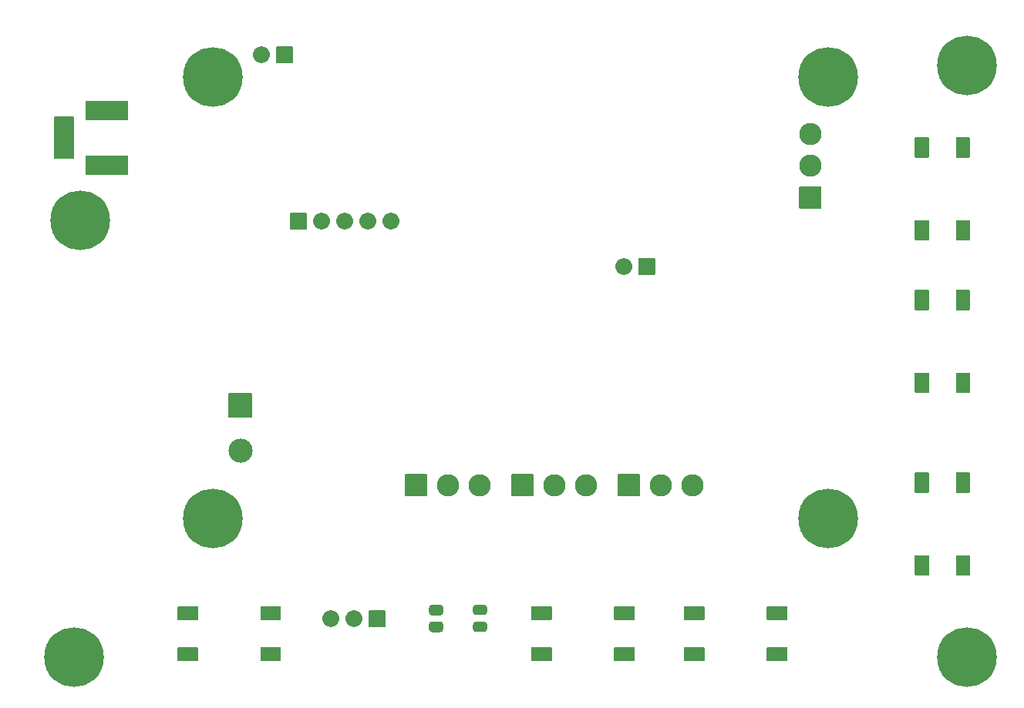
<source format=gts>
G04 #@! TF.GenerationSoftware,KiCad,Pcbnew,6.0.2+dfsg-1*
G04 #@! TF.CreationDate,2023-06-22T08:15:56-06:00*
G04 #@! TF.ProjectId,ckt-soundplay-test,636b742d-736f-4756-9e64-706c61792d74,rev?*
G04 #@! TF.SameCoordinates,Original*
G04 #@! TF.FileFunction,Soldermask,Top*
G04 #@! TF.FilePolarity,Negative*
%FSLAX46Y46*%
G04 Gerber Fmt 4.6, Leading zero omitted, Abs format (unit mm)*
G04 Created by KiCad (PCBNEW 6.0.2+dfsg-1) date 2023-06-22 08:15:56*
%MOMM*%
%LPD*%
G01*
G04 APERTURE LIST*
%ADD10C,2.652400*%
%ADD11C,2.452400*%
%ADD12C,6.552400*%
%ADD13O,1.852400X1.852400*%
G04 APERTURE END LIST*
G36*
G01*
X107670000Y-83549800D02*
X110170000Y-83549800D01*
G75*
G02*
X110246200Y-83626000I0J-76200D01*
G01*
X110246200Y-86126000D01*
G75*
G02*
X110170000Y-86202200I-76200J0D01*
G01*
X107670000Y-86202200D01*
G75*
G02*
X107593800Y-86126000I0J76200D01*
G01*
X107593800Y-83626000D01*
G75*
G02*
X107670000Y-83549800I76200J0D01*
G01*
G37*
D10*
X108920000Y-89876000D03*
G36*
G01*
X182992800Y-103517000D02*
X182992800Y-101417000D01*
G75*
G02*
X183069000Y-101340800I76200J0D01*
G01*
X184469000Y-101340800D01*
G75*
G02*
X184545200Y-101417000I0J-76200D01*
G01*
X184545200Y-103517000D01*
G75*
G02*
X184469000Y-103593200I-76200J0D01*
G01*
X183069000Y-103593200D01*
G75*
G02*
X182992800Y-103517000I0J76200D01*
G01*
G37*
G36*
G01*
X182992800Y-94417000D02*
X182992800Y-92317000D01*
G75*
G02*
X183069000Y-92240800I76200J0D01*
G01*
X184469000Y-92240800D01*
G75*
G02*
X184545200Y-92317000I0J-76200D01*
G01*
X184545200Y-94417000D01*
G75*
G02*
X184469000Y-94493200I-76200J0D01*
G01*
X183069000Y-94493200D01*
G75*
G02*
X182992800Y-94417000I0J76200D01*
G01*
G37*
G36*
G01*
X187492800Y-103517000D02*
X187492800Y-101417000D01*
G75*
G02*
X187569000Y-101340800I76200J0D01*
G01*
X188969000Y-101340800D01*
G75*
G02*
X189045200Y-101417000I0J-76200D01*
G01*
X189045200Y-103517000D01*
G75*
G02*
X188969000Y-103593200I-76200J0D01*
G01*
X187569000Y-103593200D01*
G75*
G02*
X187492800Y-103517000I0J76200D01*
G01*
G37*
G36*
G01*
X187492800Y-94417000D02*
X187492800Y-92317000D01*
G75*
G02*
X187569000Y-92240800I76200J0D01*
G01*
X188969000Y-92240800D01*
G75*
G02*
X189045200Y-92317000I0J-76200D01*
G01*
X189045200Y-94417000D01*
G75*
G02*
X188969000Y-94493200I-76200J0D01*
G01*
X187569000Y-94493200D01*
G75*
G02*
X187492800Y-94417000I0J76200D01*
G01*
G37*
G36*
G01*
X140958000Y-106955800D02*
X143058000Y-106955800D01*
G75*
G02*
X143134200Y-107032000I0J-76200D01*
G01*
X143134200Y-108432000D01*
G75*
G02*
X143058000Y-108508200I-76200J0D01*
G01*
X140958000Y-108508200D01*
G75*
G02*
X140881800Y-108432000I0J76200D01*
G01*
X140881800Y-107032000D01*
G75*
G02*
X140958000Y-106955800I76200J0D01*
G01*
G37*
G36*
G01*
X150058000Y-106955800D02*
X152158000Y-106955800D01*
G75*
G02*
X152234200Y-107032000I0J-76200D01*
G01*
X152234200Y-108432000D01*
G75*
G02*
X152158000Y-108508200I-76200J0D01*
G01*
X150058000Y-108508200D01*
G75*
G02*
X149981800Y-108432000I0J76200D01*
G01*
X149981800Y-107032000D01*
G75*
G02*
X150058000Y-106955800I76200J0D01*
G01*
G37*
G36*
G01*
X140958000Y-111455800D02*
X143058000Y-111455800D01*
G75*
G02*
X143134200Y-111532000I0J-76200D01*
G01*
X143134200Y-112932000D01*
G75*
G02*
X143058000Y-113008200I-76200J0D01*
G01*
X140958000Y-113008200D01*
G75*
G02*
X140881800Y-112932000I0J76200D01*
G01*
X140881800Y-111532000D01*
G75*
G02*
X140958000Y-111455800I76200J0D01*
G01*
G37*
G36*
G01*
X150058000Y-111455800D02*
X152158000Y-111455800D01*
G75*
G02*
X152234200Y-111532000I0J-76200D01*
G01*
X152234200Y-112932000D01*
G75*
G02*
X152158000Y-113008200I-76200J0D01*
G01*
X150058000Y-113008200D01*
G75*
G02*
X149981800Y-112932000I0J76200D01*
G01*
X149981800Y-111532000D01*
G75*
G02*
X150058000Y-111455800I76200J0D01*
G01*
G37*
G36*
G01*
X126972800Y-94807000D02*
X126972800Y-92507000D01*
G75*
G02*
X127049000Y-92430800I76200J0D01*
G01*
X129349000Y-92430800D01*
G75*
G02*
X129425200Y-92507000I0J-76200D01*
G01*
X129425200Y-94807000D01*
G75*
G02*
X129349000Y-94883200I-76200J0D01*
G01*
X127049000Y-94883200D01*
G75*
G02*
X126972800Y-94807000I0J76200D01*
G01*
G37*
D11*
X131699000Y-93657000D03*
X135199000Y-93657000D03*
G36*
G01*
X157722000Y-106955800D02*
X159822000Y-106955800D01*
G75*
G02*
X159898200Y-107032000I0J-76200D01*
G01*
X159898200Y-108432000D01*
G75*
G02*
X159822000Y-108508200I-76200J0D01*
G01*
X157722000Y-108508200D01*
G75*
G02*
X157645800Y-108432000I0J76200D01*
G01*
X157645800Y-107032000D01*
G75*
G02*
X157722000Y-106955800I76200J0D01*
G01*
G37*
G36*
G01*
X166822000Y-106955800D02*
X168922000Y-106955800D01*
G75*
G02*
X168998200Y-107032000I0J-76200D01*
G01*
X168998200Y-108432000D01*
G75*
G02*
X168922000Y-108508200I-76200J0D01*
G01*
X166822000Y-108508200D01*
G75*
G02*
X166745800Y-108432000I0J76200D01*
G01*
X166745800Y-107032000D01*
G75*
G02*
X166822000Y-106955800I76200J0D01*
G01*
G37*
G36*
G01*
X157722000Y-111455800D02*
X159822000Y-111455800D01*
G75*
G02*
X159898200Y-111532000I0J-76200D01*
G01*
X159898200Y-112932000D01*
G75*
G02*
X159822000Y-113008200I-76200J0D01*
G01*
X157722000Y-113008200D01*
G75*
G02*
X157645800Y-112932000I0J76200D01*
G01*
X157645800Y-111532000D01*
G75*
G02*
X157722000Y-111455800I76200J0D01*
G01*
G37*
G36*
G01*
X166822000Y-111455800D02*
X168922000Y-111455800D01*
G75*
G02*
X168998200Y-111532000I0J-76200D01*
G01*
X168998200Y-112932000D01*
G75*
G02*
X168922000Y-113008200I-76200J0D01*
G01*
X166822000Y-113008200D01*
G75*
G02*
X166745800Y-112932000I0J76200D01*
G01*
X166745800Y-111532000D01*
G75*
G02*
X166822000Y-111455800I76200J0D01*
G01*
G37*
G36*
G01*
X134799500Y-106782800D02*
X135712000Y-106782800D01*
G75*
G02*
X136031950Y-107102750I0J-319950D01*
G01*
X136031950Y-107590250D01*
G75*
G02*
X135712000Y-107910200I-319950J0D01*
G01*
X134799500Y-107910200D01*
G75*
G02*
X134479550Y-107590250I0J319950D01*
G01*
X134479550Y-107102750D01*
G75*
G02*
X134799500Y-106782800I319950J0D01*
G01*
G37*
G36*
G01*
X134799500Y-108657800D02*
X135712000Y-108657800D01*
G75*
G02*
X136031950Y-108977750I0J-319950D01*
G01*
X136031950Y-109465250D01*
G75*
G02*
X135712000Y-109785200I-319950J0D01*
G01*
X134799500Y-109785200D01*
G75*
G02*
X134479550Y-109465250I0J319950D01*
G01*
X134479550Y-108977750D01*
G75*
G02*
X134799500Y-108657800I319950J0D01*
G01*
G37*
D12*
X173482000Y-97282000D03*
X90678000Y-112522000D03*
X173482000Y-48768000D03*
G36*
G01*
X123102000Y-107404800D02*
X124802000Y-107404800D01*
G75*
G02*
X124878200Y-107481000I0J-76200D01*
G01*
X124878200Y-109181000D01*
G75*
G02*
X124802000Y-109257200I-76200J0D01*
G01*
X123102000Y-109257200D01*
G75*
G02*
X123025800Y-109181000I0J76200D01*
G01*
X123025800Y-107481000D01*
G75*
G02*
X123102000Y-107404800I76200J0D01*
G01*
G37*
D13*
X121412000Y-108331000D03*
X118872000Y-108331000D03*
G36*
G01*
X138656800Y-94807000D02*
X138656800Y-92507000D01*
G75*
G02*
X138733000Y-92430800I76200J0D01*
G01*
X141033000Y-92430800D01*
G75*
G02*
X141109200Y-92507000I0J-76200D01*
G01*
X141109200Y-94807000D01*
G75*
G02*
X141033000Y-94883200I-76200J0D01*
G01*
X138733000Y-94883200D01*
G75*
G02*
X138656800Y-94807000I0J76200D01*
G01*
G37*
D11*
X143383000Y-93657000D03*
X146883000Y-93657000D03*
G36*
G01*
X172658000Y-63273200D02*
X170358000Y-63273200D01*
G75*
G02*
X170281800Y-63197000I0J76200D01*
G01*
X170281800Y-60897000D01*
G75*
G02*
X170358000Y-60820800I76200J0D01*
G01*
X172658000Y-60820800D01*
G75*
G02*
X172734200Y-60897000I0J-76200D01*
G01*
X172734200Y-63197000D01*
G75*
G02*
X172658000Y-63273200I-76200J0D01*
G01*
G37*
X171508000Y-58547000D03*
X171508000Y-55047000D03*
D12*
X188722000Y-112522000D03*
G36*
G01*
X182992800Y-83451000D02*
X182992800Y-81351000D01*
G75*
G02*
X183069000Y-81274800I76200J0D01*
G01*
X184469000Y-81274800D01*
G75*
G02*
X184545200Y-81351000I0J-76200D01*
G01*
X184545200Y-83451000D01*
G75*
G02*
X184469000Y-83527200I-76200J0D01*
G01*
X183069000Y-83527200D01*
G75*
G02*
X182992800Y-83451000I0J76200D01*
G01*
G37*
G36*
G01*
X182992800Y-74351000D02*
X182992800Y-72251000D01*
G75*
G02*
X183069000Y-72174800I76200J0D01*
G01*
X184469000Y-72174800D01*
G75*
G02*
X184545200Y-72251000I0J-76200D01*
G01*
X184545200Y-74351000D01*
G75*
G02*
X184469000Y-74427200I-76200J0D01*
G01*
X183069000Y-74427200D01*
G75*
G02*
X182992800Y-74351000I0J76200D01*
G01*
G37*
G36*
G01*
X187492800Y-83451000D02*
X187492800Y-81351000D01*
G75*
G02*
X187569000Y-81274800I76200J0D01*
G01*
X188969000Y-81274800D01*
G75*
G02*
X189045200Y-81351000I0J-76200D01*
G01*
X189045200Y-83451000D01*
G75*
G02*
X188969000Y-83527200I-76200J0D01*
G01*
X187569000Y-83527200D01*
G75*
G02*
X187492800Y-83451000I0J76200D01*
G01*
G37*
G36*
G01*
X187492800Y-74351000D02*
X187492800Y-72251000D01*
G75*
G02*
X187569000Y-72174800I76200J0D01*
G01*
X188969000Y-72174800D01*
G75*
G02*
X189045200Y-72251000I0J-76200D01*
G01*
X189045200Y-74351000D01*
G75*
G02*
X188969000Y-74427200I-76200J0D01*
G01*
X187569000Y-74427200D01*
G75*
G02*
X187492800Y-74351000I0J76200D01*
G01*
G37*
G36*
G01*
X112947000Y-45428800D02*
X114647000Y-45428800D01*
G75*
G02*
X114723200Y-45505000I0J-76200D01*
G01*
X114723200Y-47205000D01*
G75*
G02*
X114647000Y-47281200I-76200J0D01*
G01*
X112947000Y-47281200D01*
G75*
G02*
X112870800Y-47205000I0J76200D01*
G01*
X112870800Y-45505000D01*
G75*
G02*
X112947000Y-45428800I76200J0D01*
G01*
G37*
D13*
X111257000Y-46355000D03*
G36*
G01*
X152698000Y-68669800D02*
X154398000Y-68669800D01*
G75*
G02*
X154474200Y-68746000I0J-76200D01*
G01*
X154474200Y-70446000D01*
G75*
G02*
X154398000Y-70522200I-76200J0D01*
G01*
X152698000Y-70522200D01*
G75*
G02*
X152621800Y-70446000I0J76200D01*
G01*
X152621800Y-68746000D01*
G75*
G02*
X152698000Y-68669800I76200J0D01*
G01*
G37*
X151008000Y-69596000D03*
D12*
X91313000Y-64516000D03*
G36*
G01*
X130879750Y-109808700D02*
X129979750Y-109808700D01*
G75*
G02*
X129653550Y-109482500I0J326200D01*
G01*
X129653550Y-108957500D01*
G75*
G02*
X129979750Y-108631300I326200J0D01*
G01*
X130879750Y-108631300D01*
G75*
G02*
X131205950Y-108957500I0J-326200D01*
G01*
X131205950Y-109482500D01*
G75*
G02*
X130879750Y-109808700I-326200J0D01*
G01*
G37*
G36*
G01*
X130879750Y-107983700D02*
X129979750Y-107983700D01*
G75*
G02*
X129653550Y-107657500I0J326200D01*
G01*
X129653550Y-107132500D01*
G75*
G02*
X129979750Y-106806300I326200J0D01*
G01*
X130879750Y-106806300D01*
G75*
G02*
X131205950Y-107132500I0J-326200D01*
G01*
X131205950Y-107657500D01*
G75*
G02*
X130879750Y-107983700I-326200J0D01*
G01*
G37*
X105918000Y-97282000D03*
X105918000Y-48768000D03*
G36*
G01*
X91949800Y-59470000D02*
X91949800Y-57470000D01*
G75*
G02*
X92026000Y-57393800I76200J0D01*
G01*
X96526000Y-57393800D01*
G75*
G02*
X96602200Y-57470000I0J-76200D01*
G01*
X96602200Y-59470000D01*
G75*
G02*
X96526000Y-59546200I-76200J0D01*
G01*
X92026000Y-59546200D01*
G75*
G02*
X91949800Y-59470000I0J76200D01*
G01*
G37*
G36*
G01*
X91949800Y-53470000D02*
X91949800Y-51470000D01*
G75*
G02*
X92026000Y-51393800I76200J0D01*
G01*
X96526000Y-51393800D01*
G75*
G02*
X96602200Y-51470000I0J-76200D01*
G01*
X96602200Y-53470000D01*
G75*
G02*
X96526000Y-53546200I-76200J0D01*
G01*
X92026000Y-53546200D01*
G75*
G02*
X91949800Y-53470000I0J76200D01*
G01*
G37*
G36*
G01*
X88499800Y-57720000D02*
X88499800Y-53220000D01*
G75*
G02*
X88576000Y-53143800I76200J0D01*
G01*
X90576000Y-53143800D01*
G75*
G02*
X90652200Y-53220000I0J-76200D01*
G01*
X90652200Y-57720000D01*
G75*
G02*
X90576000Y-57796200I-76200J0D01*
G01*
X88576000Y-57796200D01*
G75*
G02*
X88499800Y-57720000I0J76200D01*
G01*
G37*
G36*
G01*
X182992800Y-66687000D02*
X182992800Y-64587000D01*
G75*
G02*
X183069000Y-64510800I76200J0D01*
G01*
X184469000Y-64510800D01*
G75*
G02*
X184545200Y-64587000I0J-76200D01*
G01*
X184545200Y-66687000D01*
G75*
G02*
X184469000Y-66763200I-76200J0D01*
G01*
X183069000Y-66763200D01*
G75*
G02*
X182992800Y-66687000I0J76200D01*
G01*
G37*
G36*
G01*
X182992800Y-57587000D02*
X182992800Y-55487000D01*
G75*
G02*
X183069000Y-55410800I76200J0D01*
G01*
X184469000Y-55410800D01*
G75*
G02*
X184545200Y-55487000I0J-76200D01*
G01*
X184545200Y-57587000D01*
G75*
G02*
X184469000Y-57663200I-76200J0D01*
G01*
X183069000Y-57663200D01*
G75*
G02*
X182992800Y-57587000I0J76200D01*
G01*
G37*
G36*
G01*
X187492800Y-66687000D02*
X187492800Y-64587000D01*
G75*
G02*
X187569000Y-64510800I76200J0D01*
G01*
X188969000Y-64510800D01*
G75*
G02*
X189045200Y-64587000I0J-76200D01*
G01*
X189045200Y-66687000D01*
G75*
G02*
X188969000Y-66763200I-76200J0D01*
G01*
X187569000Y-66763200D01*
G75*
G02*
X187492800Y-66687000I0J76200D01*
G01*
G37*
G36*
G01*
X187492800Y-57587000D02*
X187492800Y-55487000D01*
G75*
G02*
X187569000Y-55410800I76200J0D01*
G01*
X188969000Y-55410800D01*
G75*
G02*
X189045200Y-55487000I0J-76200D01*
G01*
X189045200Y-57587000D01*
G75*
G02*
X188969000Y-57663200I-76200J0D01*
G01*
X187569000Y-57663200D01*
G75*
G02*
X187492800Y-57587000I0J76200D01*
G01*
G37*
X188722000Y-47498000D03*
G36*
G01*
X113318000Y-113008200D02*
X111218000Y-113008200D01*
G75*
G02*
X111141800Y-112932000I0J76200D01*
G01*
X111141800Y-111532000D01*
G75*
G02*
X111218000Y-111455800I76200J0D01*
G01*
X113318000Y-111455800D01*
G75*
G02*
X113394200Y-111532000I0J-76200D01*
G01*
X113394200Y-112932000D01*
G75*
G02*
X113318000Y-113008200I-76200J0D01*
G01*
G37*
G36*
G01*
X104218000Y-113008200D02*
X102118000Y-113008200D01*
G75*
G02*
X102041800Y-112932000I0J76200D01*
G01*
X102041800Y-111532000D01*
G75*
G02*
X102118000Y-111455800I76200J0D01*
G01*
X104218000Y-111455800D01*
G75*
G02*
X104294200Y-111532000I0J-76200D01*
G01*
X104294200Y-112932000D01*
G75*
G02*
X104218000Y-113008200I-76200J0D01*
G01*
G37*
G36*
G01*
X113318000Y-108508200D02*
X111218000Y-108508200D01*
G75*
G02*
X111141800Y-108432000I0J76200D01*
G01*
X111141800Y-107032000D01*
G75*
G02*
X111218000Y-106955800I76200J0D01*
G01*
X113318000Y-106955800D01*
G75*
G02*
X113394200Y-107032000I0J-76200D01*
G01*
X113394200Y-108432000D01*
G75*
G02*
X113318000Y-108508200I-76200J0D01*
G01*
G37*
G36*
G01*
X104218000Y-108508200D02*
X102118000Y-108508200D01*
G75*
G02*
X102041800Y-108432000I0J76200D01*
G01*
X102041800Y-107032000D01*
G75*
G02*
X102118000Y-106955800I76200J0D01*
G01*
X104218000Y-106955800D01*
G75*
G02*
X104294200Y-107032000I0J-76200D01*
G01*
X104294200Y-108432000D01*
G75*
G02*
X104218000Y-108508200I-76200J0D01*
G01*
G37*
G36*
G01*
X150340800Y-94807000D02*
X150340800Y-92507000D01*
G75*
G02*
X150417000Y-92430800I76200J0D01*
G01*
X152717000Y-92430800D01*
G75*
G02*
X152793200Y-92507000I0J-76200D01*
G01*
X152793200Y-94807000D01*
G75*
G02*
X152717000Y-94883200I-76200J0D01*
G01*
X150417000Y-94883200D01*
G75*
G02*
X150340800Y-94807000I0J76200D01*
G01*
G37*
D11*
X155067000Y-93657000D03*
X158567000Y-93657000D03*
G36*
G01*
X116166000Y-65569200D02*
X114466000Y-65569200D01*
G75*
G02*
X114389800Y-65493000I0J76200D01*
G01*
X114389800Y-63793000D01*
G75*
G02*
X114466000Y-63716800I76200J0D01*
G01*
X116166000Y-63716800D01*
G75*
G02*
X116242200Y-63793000I0J-76200D01*
G01*
X116242200Y-65493000D01*
G75*
G02*
X116166000Y-65569200I-76200J0D01*
G01*
G37*
D13*
X117856000Y-64643000D03*
X120396000Y-64643000D03*
X122936000Y-64643000D03*
X125476000Y-64643000D03*
M02*

</source>
